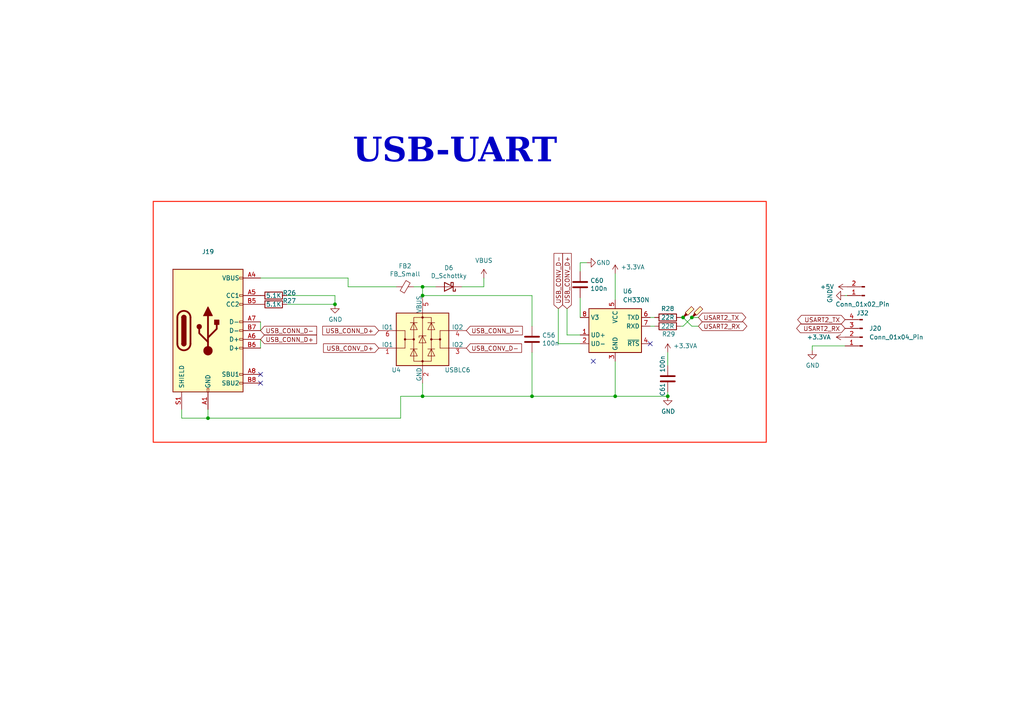
<source format=kicad_sch>
(kicad_sch (version 20231120) (generator "eeschema") (generator_version "8.0")
  (paper "A4")
  (lib_symbols
    (symbol "Connector:Conn_01x02_Pin" (pin_names (offset 1.016) hide)
      (property "Reference" "J" (at 0 2.54 0))
      (property "Value" "Conn_01x02_Pin" (at 0 -5.08 0))
      (symbol "Conn_01x02_Pin_1_1"
        (polyline (pts (xy 1.27 -2.54) (xy 0.8636 -2.54)) (stroke (width 0.1524)))
        (polyline (pts (xy 1.27 0) (xy 0.8636 0)) (stroke (width 0.1524)))
        (rectangle (start 0.8636 -2.413) (end 0 -2.667) (stroke (width 0.1524)) (fill (type outline)))
        (rectangle (start 0.8636 0.127) (end 0 -0.127) (stroke (width 0.1524)) (fill (type outline)))
        (pin passive line (at 5.08 0 180) (length 3.81) (name "Pin_1") (number "1"))
        (pin passive line (at 5.08 -2.54 180) (length 3.81) (name "Pin_2") (number "2"))
      )
    )
    (symbol "Connector:Conn_01x04_Pin" (pin_names (offset 1.016) hide)
      (property "Reference" "J" (at 0 5.08 0))
      (property "Value" "Conn_01x04_Pin" (at 0 -7.62 0))
      (symbol "Conn_01x04_Pin_1_1"
        (polyline (pts (xy 1.27 -5.08) (xy 0.8636 -5.08)) (stroke (width 0.1524)))
        (polyline (pts (xy 1.27 -2.54) (xy 0.8636 -2.54)) (stroke (width 0.1524)))
        (polyline (pts (xy 1.27 0) (xy 0.8636 0)) (stroke (width 0.1524)))
        (polyline (pts (xy 1.27 2.54) (xy 0.8636 2.54)) (stroke (width 0.1524)))
        (rectangle (start 0.8636 -4.953) (end 0 -5.207) (stroke (width 0.1524)) (fill (type outline)))
        (rectangle (start 0.8636 -2.413) (end 0 -2.667) (stroke (width 0.1524)) (fill (type outline)))
        (rectangle (start 0.8636 0.127) (end 0 -0.127) (stroke (width 0.1524)) (fill (type outline)))
        (rectangle (start 0.8636 2.667) (end 0 2.413) (stroke (width 0.1524)) (fill (type outline)))
        (pin passive line (at 5.08 2.54 180) (length 3.81) (name "Pin_1") (number "1"))
        (pin passive line (at 5.08 0 180) (length 3.81) (name "Pin_2") (number "2"))
        (pin passive line (at 5.08 -2.54 180) (length 3.81) (name "Pin_3") (number "3"))
        (pin passive line (at 5.08 -5.08 180) (length 3.81) (name "Pin_4") (number "4"))
      )
    )
    (symbol "Connector:TestPoint_Probe" (pin_numbers hide) (pin_names (offset 0.762) hide)
      (property "Reference" "TP" (at 1.651 5.842 0))
      (property "Value" "TestPoint_Probe" (at 1.651 4.064 0))
      (symbol "TestPoint_Probe_0_1"
        (polyline (pts (xy 1.27 0.762) (xy 0 0) (xy 0.762 1.27) (xy 1.27 0.762)) (fill (type outline)))
        (polyline (pts (xy 1.397 0.635) (xy 0.635 1.397) (xy 2.413 3.175) (xy 3.175 2.413) (xy 1.397 0.635)) (fill (type background)))
      )
      (symbol "TestPoint_Probe_1_1"
        (pin passive line (at 0 0 90) (length 0) (name "1") (number "1"))
      )
    )
    (symbol "Connector:USB_C_Receptacle_USB2.0_16P" (pin_names (offset 1.016))
      (property "Reference" "J" (at 0 22.225 0))
      (property "Value" "USB_C_Receptacle_USB2.0_16P" (at 0 19.685 0))
      (symbol "USB_C_Receptacle_USB2.0_16P_0_0"
        (rectangle (start -0.254 -17.78) (end 0.254 -16.764))
        (rectangle (start 10.16 -14.986) (end 9.144 -15.494))
        (rectangle (start 10.16 -12.446) (end 9.144 -12.954))
        (rectangle (start 10.16 -4.826) (end 9.144 -5.334))
        (rectangle (start 10.16 -2.286) (end 9.144 -2.794))
        (rectangle (start 10.16 0.254) (end 9.144 -0.254))
        (rectangle (start 10.16 2.794) (end 9.144 2.286))
        (rectangle (start 10.16 7.874) (end 9.144 7.366))
        (rectangle (start 10.16 10.414) (end 9.144 9.906))
        (rectangle (start 10.16 15.494) (end 9.144 14.986))
      )
      (symbol "USB_C_Receptacle_USB2.0_16P_0_1"
        (rectangle (start -10.16 17.78) (end 10.16 -17.78) (stroke (width 0.254)) (fill (type background)))
        (arc (start -8.89 -3.81) (mid -6.985 -5.7067) (end -5.08 -3.81) (stroke (width 0.508)))
        (arc (start -7.62 -3.81) (mid -6.985 -4.4423) (end -6.35 -3.81) (stroke (width 0.254)))
        (arc (start -7.62 -3.81) (mid -6.985 -4.4423) (end -6.35 -3.81) (stroke (width 0.254)) (fill (type outline)))
        (rectangle (start -7.62 -3.81) (end -6.35 3.81) (stroke (width 0.254)) (fill (type outline)))
        (arc (start -6.35 3.81) (mid -6.985 4.4423) (end -7.62 3.81) (stroke (width 0.254)))
        (arc (start -6.35 3.81) (mid -6.985 4.4423) (end -7.62 3.81) (stroke (width 0.254)) (fill (type outline)))
        (arc (start -5.08 3.81) (mid -6.985 5.7067) (end -8.89 3.81) (stroke (width 0.508)))
        (circle (center -2.54 1.143) (radius 0.635) (stroke (width 0.254)) (fill (type outline)))
        (circle (center 0 -5.842) (radius 1.27) (fill (type outline)))
        (polyline (pts (xy -8.89 -3.81) (xy -8.89 3.81)) (stroke (width 0.508)))
        (polyline (pts (xy -5.08 3.81) (xy -5.08 -3.81)) (stroke (width 0.508)))
        (polyline (pts (xy 0 -5.842) (xy 0 4.318)) (stroke (width 0.508)))
        (polyline (pts (xy 0 -3.302) (xy -2.54 -0.762) (xy -2.54 0.508)) (stroke (width 0.508)))
        (polyline (pts (xy 0 -2.032) (xy 2.54 0.508) (xy 2.54 1.778)) (stroke (width 0.508)))
        (polyline (pts (xy -1.27 4.318) (xy 0 6.858) (xy 1.27 4.318) (xy -1.27 4.318)) (stroke (width 0.254)) (fill (type outline)))
        (rectangle (start 1.905 1.778) (end 3.175 3.048) (stroke (width 0.254)) (fill (type outline)))
      )
      (symbol "USB_C_Receptacle_USB2.0_16P_1_1"
        (pin passive line (at 0 -22.86 90) (length 5.08) (name "GND") (number "A1"))
        (pin passive line (at 0 -22.86 90) (length 5.08) hide (name "GND") (number "A12"))
        (pin passive line (at 15.24 15.24 180) (length 5.08) (name "VBUS") (number "A4"))
        (pin bidirectional line (at 15.24 10.16 180) (length 5.08) (name "CC1") (number "A5"))
        (pin bidirectional line (at 15.24 -2.54 180) (length 5.08) (name "D+") (number "A6"))
        (pin bidirectional line (at 15.24 2.54 180) (length 5.08) (name "D-") (number "A7"))
        (pin bidirectional line (at 15.24 -12.7 180) (length 5.08) (name "SBU1") (number "A8"))
        (pin passive line (at 15.24 15.24 180) (length 5.08) hide (name "VBUS") (number "A9"))
        (pin passive line (at 0 -22.86 90) (length 5.08) hide (name "GND") (number "B1"))
        (pin passive line (at 0 -22.86 90) (length 5.08) hide (name "GND") (number "B12"))
        (pin passive line (at 15.24 15.24 180) (length 5.08) hide (name "VBUS") (number "B4"))
        (pin bidirectional line (at 15.24 7.62 180) (length 5.08) (name "CC2") (number "B5"))
        (pin bidirectional line (at 15.24 -5.08 180) (length 5.08) (name "D+") (number "B6"))
        (pin bidirectional line (at 15.24 0 180) (length 5.08) (name "D-") (number "B7"))
        (pin bidirectional line (at 15.24 -15.24 180) (length 5.08) (name "SBU2") (number "B8"))
        (pin passive line (at 15.24 15.24 180) (length 5.08) hide (name "VBUS") (number "B9"))
        (pin passive line (at -7.62 -22.86 90) (length 5.08) (name "SHIELD") (number "S1"))
      )
    )
    (symbol "Device:C" (pin_numbers hide) (pin_names (offset 0.254))
      (property "Reference" "C" (at 0.635 2.54 0))
      (property "Value" "C" (at 0.635 -2.54 0))
      (symbol "C_0_1"
        (polyline (pts (xy -2.032 -0.762) (xy 2.032 -0.762)) (stroke (width 0.508)))
        (polyline (pts (xy -2.032 0.762) (xy 2.032 0.762)) (stroke (width 0.508)))
      )
      (symbol "C_1_1"
        (pin passive line (at 0 3.81 270) (length 2.794) (name "~") (number "1"))
        (pin passive line (at 0 -3.81 90) (length 2.794) (name "~") (number "2"))
      )
    )
    (symbol "Device:D_Schottky" (pin_numbers hide) (pin_names (offset 1.016) hide)
      (property "Reference" "D" (at 0 2.54 0))
      (property "Value" "D_Schottky" (at 0 -2.54 0))
      (symbol "D_Schottky_0_1"
        (polyline (pts (xy 1.27 0) (xy -1.27 0)))
        (polyline (pts (xy 1.27 1.27) (xy 1.27 -1.27) (xy -1.27 0) (xy 1.27 1.27)) (stroke (width 0.254)))
        (polyline (pts (xy -1.905 0.635) (xy -1.905 1.27) (xy -1.27 1.27) (xy -1.27 -1.27) (xy -0.635 -1.27) (xy -0.635 -0.635)) (stroke (width 0.254)))
      )
      (symbol "D_Schottky_1_1"
        (pin passive line (at -3.81 0 0) (length 2.54) (name "K") (number "1"))
        (pin passive line (at 3.81 0 180) (length 2.54) (name "A") (number "2"))
      )
    )
    (symbol "Device:R" (pin_numbers hide) (pin_names (offset 0))
      (property "Reference" "R" (at 2.032 0 90))
      (property "Value" "R" (at 0 0 90))
      (symbol "R_0_1"
        (rectangle (start -1.016 -2.54) (end 1.016 2.54) (stroke (width 0.254)))
      )
      (symbol "R_1_1"
        (pin passive line (at 0 3.81 270) (length 1.27) (name "~") (number "1"))
        (pin passive line (at 0 -3.81 90) (length 1.27) (name "~") (number "2"))
      )
    )
    (symbol "HadesMicro-rescue:Ferrite_Bead_Small-Device" (pin_numbers hide) (pin_names (offset 0))
      (property "Reference" "FB" (at 1.905 1.27 0))
      (property "Value" "Device_Ferrite_Bead_Small" (at 1.905 -1.27 0))
      (symbol "Ferrite_Bead_Small-Device_0_1"
        (polyline (pts (xy 0 -1.27) (xy 0 -0.7874)))
        (polyline (pts (xy 0 0.889) (xy 0 1.2954)))
        (polyline (pts (xy -1.8288 0.2794) (xy -1.1176 1.4986) (xy 1.8288 -0.2032) (xy 1.1176 -1.4224) (xy -1.8288 0.2794)))
      )
      (symbol "Ferrite_Bead_Small-Device_1_1"
        (pin passive line (at 0 2.54 270) (length 1.27) (name "~") (number "1"))
        (pin passive line (at 0 -2.54 90) (length 1.27) (name "~") (number "2"))
      )
    )
    (symbol "HadesMicro-rescue:GND-power" (power) (pin_names (offset 0))
      (property "Value" "power_GND" (at 0 -3.81 0))
      (symbol "GND-power_0_1"
        (polyline (pts (xy 0 0) (xy 0 -1.27) (xy 1.27 -1.27) (xy 0 -2.54) (xy -1.27 -1.27) (xy 0 -1.27)))
      )
      (symbol "GND-power_1_1"
        (pin power_in line (at 0 0 270) (length 0) hide (name "GND") (number "1"))
      )
    )
    (symbol "HadesMicro-rescue:USBLC6-2SC6-Power_Protection" (pin_names (offset 0))
      (property "Reference" "U" (at 5.08 8.89 0))
      (property "Value" "Power_Protection_USBLC6-2SC6" (at 10.16 -10.16 0))
      (symbol "USBLC6-2SC6-Power_Protection_0_1"
        (rectangle (start -7.62 -7.62) (end 7.62 7.62) (stroke (width 0.254)) (fill (type background)))
        (circle (center -5.08 0) (radius 0.254) (fill (type outline)))
        (circle (center -2.54 0) (radius 0.254) (fill (type outline)))
        (rectangle (start -2.54 6.35) (end 2.54 -6.35))
        (circle (center 0 -6.35) (radius 0.254) (fill (type outline)))
        (polyline (pts (xy -5.08 -2.54) (xy -7.62 -2.54)))
        (polyline (pts (xy -5.08 0) (xy -5.08 -2.54)))
        (polyline (pts (xy -5.08 2.54) (xy -7.62 2.54)))
        (polyline (pts (xy -1.524 -2.794) (xy -3.556 -2.794)))
        (polyline (pts (xy -1.524 4.826) (xy -3.556 4.826)))
        (polyline (pts (xy 0 -7.62) (xy 0 -6.35)))
        (polyline (pts (xy 0 -6.35) (xy 0 1.27)))
        (polyline (pts (xy 0 1.27) (xy 0 6.35)))
        (polyline (pts (xy 0 6.35) (xy 0 7.62)))
        (polyline (pts (xy 1.524 -2.794) (xy 3.556 -2.794)))
        (polyline (pts (xy 1.524 4.826) (xy 3.556 4.826)))
        (polyline (pts (xy 5.08 -2.54) (xy 7.62 -2.54)))
        (polyline (pts (xy 5.08 0) (xy 5.08 -2.54)))
        (polyline (pts (xy 5.08 2.54) (xy 7.62 2.54)))
        (polyline (pts (xy -2.54 0) (xy -5.08 0) (xy -5.08 2.54)))
        (polyline (pts (xy 2.54 0) (xy 5.08 0) (xy 5.08 2.54)))
        (polyline (pts (xy -3.556 -4.826) (xy -1.524 -4.826) (xy -2.54 -2.794) (xy -3.556 -4.826)))
        (polyline (pts (xy -3.556 2.794) (xy -1.524 2.794) (xy -2.54 4.826) (xy -3.556 2.794)))
        (polyline (pts (xy -1.016 -1.016) (xy 1.016 -1.016) (xy 0 1.016) (xy -1.016 -1.016)))
        (polyline (pts (xy 1.016 1.016) (xy 0.762 1.016) (xy -1.016 1.016) (xy -1.016 0.508)))
        (polyline (pts (xy 3.556 -4.826) (xy 1.524 -4.826) (xy 2.54 -2.794) (xy 3.556 -4.826)))
        (polyline (pts (xy 3.556 2.794) (xy 1.524 2.794) (xy 2.54 4.826) (xy 3.556 2.794)))
        (circle (center 0 6.35) (radius 0.254) (fill (type outline)))
        (circle (center 2.54 0) (radius 0.254) (fill (type outline)))
        (circle (center 5.08 0) (radius 0.254) (fill (type outline)))
      )
      (symbol "USBLC6-2SC6-Power_Protection_1_1"
        (pin passive line (at -12.7 -2.54 0) (length 5.08) (name "IO1") (number "1"))
        (pin passive line (at 0 -12.7 90) (length 5.08) (name "GND") (number "2"))
        (pin passive line (at 12.7 -2.54 180) (length 5.08) (name "IO2") (number "3"))
        (pin passive line (at 12.7 2.54 180) (length 5.08) (name "IO2") (number "4"))
        (pin passive line (at 0 12.7 270) (length 5.08) (name "VBUS") (number "5"))
        (pin passive line (at -12.7 2.54 0) (length 5.08) (name "IO1") (number "6"))
      )
    )
    (symbol "Interface_USB:CH330N"
      (property "Reference" "U" (at -7.62 6.35 0))
      (property "Value" "CH330N" (at 7.62 6.35 0))
      (symbol "CH330N_0_1"
        (rectangle (start -7.62 5.08) (end 7.62 -7.62) (stroke (width 0.254)) (fill (type background)))
      )
      (symbol "CH330N_1_1"
        (pin bidirectional line (at -10.16 -2.54 0) (length 2.54) (name "UD+") (number "1"))
        (pin bidirectional line (at -10.16 -5.08 0) (length 2.54) (name "UD-") (number "2"))
        (pin power_in line (at 0 -10.16 90) (length 2.54) (name "GND") (number "3"))
        (pin output line (at 10.16 -5.08 180) (length 2.54) (name "~{RTS}") (number "4"))
        (pin power_in line (at 0 7.62 270) (length 2.54) (name "VCC") (number "5"))
        (pin output line (at 10.16 2.54 180) (length 2.54) (name "TXD") (number "6"))
        (pin input line (at 10.16 0 180) (length 2.54) (name "RXD") (number "7"))
        (pin passive line (at -10.16 2.54 0) (length 2.54) (name "V3") (number "8"))
      )
    )
    (symbol "power:+3.3VA" (power) (pin_names (offset 0))
      (property "Value" "+3.3VA" (at 0 3.556 0))
      (symbol "+3.3VA_0_1"
        (polyline (pts (xy -0.762 1.27) (xy 0 2.54)))
        (polyline (pts (xy 0 0) (xy 0 2.54)))
        (polyline (pts (xy 0 2.54) (xy 0.762 1.27)))
      )
      (symbol "+3.3VA_1_1"
        (pin power_in line (at 0 0 90) (length 0) hide (name "+3.3VA") (number "1"))
      )
    )
    (symbol "power:+5V" (power) (pin_numbers hide) (pin_names (offset 0) hide)
      (property "Value" "+5V" (at 0 3.556 0))
      (symbol "+5V_0_1"
        (polyline (pts (xy -0.762 1.27) (xy 0 2.54)))
        (polyline (pts (xy 0 0) (xy 0 2.54)))
        (polyline (pts (xy 0 2.54) (xy 0.762 1.27)))
      )
      (symbol "+5V_1_1"
        (pin power_in line (at 0 0 90) (length 0) (name "~") (number "1"))
      )
    )
    (symbol "power:VBUS" (power) (pin_numbers hide) (pin_names (offset 0) hide)
      (property "Value" "VBUS" (at 0 3.556 0))
      (symbol "VBUS_0_1"
        (polyline (pts (xy -0.762 1.27) (xy 0 2.54)))
        (polyline (pts (xy 0 0) (xy 0 2.54)))
        (polyline (pts (xy 0 2.54) (xy 0.762 1.27)))
      )
      (symbol "VBUS_1_1"
        (pin power_in line (at 0 0 90) (length 0) (name "~") (number "1"))
      )
    )
  )
  (junction (at 122.555 114.935))
  (junction (at 154.305 114.935))
  (junction (at 200.66 92.075))
  (junction (at 178.435 114.935))
  (junction (at 198.12 92.075))
  (junction (at 193.675 114.935))
  (junction (at 60.325 121.285))
  (junction (at 122.555 83.185))
  (junction (at 97.155 88.265))
  (junction (at 122.555 85.725))
  (no_connect (at 172.085 104.775))
  (no_connect (at 75.565 111.125))
  (no_connect (at 75.565 108.585))
  (no_connect (at 188.595 99.695))
  (wire (pts (xy 154.305 114.935) (xy 178.435 114.935)))
  (wire (pts (xy 126.365 83.185) (xy 122.555 83.185)))
  (wire (pts (xy 198.12 94.615) (xy 200.66 92.075)))
  (wire (pts (xy 161.925 99.695) (xy 168.275 99.695)))
  (wire (pts (xy 60.325 118.745) (xy 60.325 121.285)))
  (wire (pts (xy 189.865 94.615) (xy 188.595 94.615)))
  (wire (pts (xy 154.305 102.235) (xy 154.305 114.935)))
  (wire (pts (xy 168.275 76.2) (xy 170.18 76.2)))
  (wire (pts (xy 52.705 118.745) (xy 52.705 121.285)))
  (wire (pts (xy 97.155 85.725) (xy 97.155 88.265)))
  (wire (pts (xy 178.435 104.775) (xy 178.435 114.935)))
  (wire (pts (xy 52.705 121.285) (xy 60.325 121.285)))
  (wire (pts (xy 116.205 121.285) (xy 116.205 114.935)))
  (wire (pts (xy 197.485 92.075) (xy 198.12 92.075)))
  (wire (pts (xy 100.965 80.645) (xy 100.965 83.185)))
  (wire (pts (xy 193.675 113.665) (xy 193.675 114.935)))
  (wire (pts (xy 245.11 85.725) (xy 245.745 85.725)))
  (wire (pts (xy 198.12 92.075) (xy 200.66 94.615)))
  (wire (pts (xy 178.435 79.375) (xy 178.435 86.995)))
  (wire (pts (xy 168.275 97.155) (xy 164.465 97.155)))
  (wire (pts (xy 168.275 78.74) (xy 168.275 76.2)))
  (wire (pts (xy 122.555 114.935) (xy 122.555 111.125)))
  (wire (pts (xy 75.565 93.345) (xy 75.565 95.885)))
  (wire (pts (xy 178.435 114.935) (xy 193.675 114.935)))
  (wire (pts (xy 140.335 83.185) (xy 133.985 83.185)))
  (wire (pts (xy 83.185 85.725) (xy 97.155 85.725)))
  (wire (pts (xy 197.485 94.615) (xy 198.12 94.615)))
  (wire (pts (xy 189.865 92.075) (xy 188.595 92.075)))
  (wire (pts (xy 154.305 85.725) (xy 122.555 85.725)))
  (wire (pts (xy 75.565 80.645) (xy 100.965 80.645)))
  (wire (pts (xy 154.305 114.935) (xy 122.555 114.935)))
  (wire (pts (xy 193.675 106.045) (xy 193.675 102.235)))
  (wire (pts (xy 161.925 89.535) (xy 161.925 99.695)))
  (wire (pts (xy 245.11 100.33) (xy 235.585 100.33)))
  (wire (pts (xy 122.555 83.185) (xy 122.555 85.725)))
  (wire (pts (xy 120.015 83.185) (xy 122.555 83.185)))
  (wire (pts (xy 164.465 97.155) (xy 164.465 89.535)))
  (wire (pts (xy 235.585 100.33) (xy 235.585 101.6)))
  (wire (pts (xy 140.335 80.645) (xy 140.335 83.185)))
  (wire (pts (xy 60.325 121.285) (xy 116.205 121.285)))
  (wire (pts (xy 200.66 92.075) (xy 202.565 92.075)))
  (wire (pts (xy 116.205 114.935) (xy 122.555 114.935)))
  (wire (pts (xy 100.965 83.185) (xy 114.935 83.185)))
  (wire (pts (xy 83.185 88.265) (xy 97.155 88.265)))
  (wire (pts (xy 200.66 94.615) (xy 202.565 94.615)))
  (wire (pts (xy 154.305 85.725) (xy 154.305 94.615)))
  (wire (pts (xy 75.565 98.425) (xy 75.565 100.965)))
  (wire (pts (xy 168.275 86.36) (xy 168.275 92.075)))
  (rectangle (start 44.45 58.42) (end 222.25 128.27) (stroke (width 0.3) (color 255 34 15 1)))
  (text "USB-UART" (at 102.362 50.038 0) (effects (font (size 7 7) (thickness 0.3) (bold yes)) (justify left bottom)))
  (global_label "USB_CONV_D-" (shape input) (at 161.925 89.535 90) (property "Intersheetrefs" "${INTERSHEET_REFS}" (effects (hide yes))))
  (global_label "USART2_RX" (shape bidirectional) (at 202.565 94.615 0) (property "Intersheetrefs" "${INTERSHEET_REFS}" (effects (hide yes))))
  (global_label "USART2_TX" (shape bidirectional) (at 245.11 92.71 180) (property "Intersheetrefs" "${INTERSHEET_REFS}" (effects (hide yes))))
  (global_label "USB_CONN_D+" (shape input) (at 109.855 95.885 180) (property "Intersheetrefs" "${INTERSHEET_REFS}" (effects (hide yes))))
  (global_label "USB_CONV_D+" (shape input) (at 109.855 100.965 180) (property "Intersheetrefs" "${INTERSHEET_REFS}" (effects (hide yes))))
  (global_label "USB_CONN_D-" (shape input) (at 135.255 95.885 0) (property "Intersheetrefs" "${INTERSHEET_REFS}" (effects (hide yes))))
  (global_label "USART2_RX" (shape bidirectional) (at 245.11 95.25 180) (property "Intersheetrefs" "${INTERSHEET_REFS}" (effects (hide yes))))
  (global_label "USB_CONN_D+" (shape input) (at 75.565 98.425 0) (property "Intersheetrefs" "${INTERSHEET_REFS}" (effects (hide yes))))
  (global_label "USB_CONV_D+" (shape input) (at 164.465 89.535 90) (property "Intersheetrefs" "${INTERSHEET_REFS}" (effects (hide yes))))
  (global_label "USART2_TX" (shape bidirectional) (at 202.565 92.075 0) (property "Intersheetrefs" "${INTERSHEET_REFS}" (effects (hide yes))))
  (global_label "USB_CONN_D-" (shape input) (at 75.565 95.885 0) (property "Intersheetrefs" "${INTERSHEET_REFS}" (effects (hide yes))))
  (global_label "USB_CONV_D-" (shape input) (at 135.255 100.965 0) (property "Intersheetrefs" "${INTERSHEET_REFS}" (effects (hide yes))))
  (symbol (lib_id "Device:D_Schottky") (at 130.175 83.185 180) (unit 1)
    (property "Reference" "D6" (at 130.175 77.6986 0))
    (property "Value" "D_Schottky" (at 130.175 80.01 0))
    (property "Footprint" "Diode_SMD:D_SOD-323" (effects (hide yes)))
  )
  (symbol (lib_id "HadesMicro-rescue:GND-power") (at 193.675 114.935 0) (unit 1)
    (property "Reference" "#PWR039" (effects (hide yes)))
    (property "Value" "GND" (at 193.802 119.3292 0))
  )
  (symbol (lib_id "HadesMicro-rescue:Ferrite_Bead_Small-Device") (at 117.475 83.185 270) (unit 1)
    (property "Reference" "FB2" (at 117.475 77.1652 90))
    (property "Value" "FB_Small" (at 117.475 79.4766 90))
    (property "Footprint" "Inductor_SMD:L_0603_1608Metric" (effects (hide yes)))
  )
  (symbol (lib_id "HadesMicro-rescue:GND-power") (at 97.155 88.265 0) (unit 1)
    (property "Reference" "#PWR032" (effects (hide yes)))
    (property "Value" "GND" (at 97.282 92.6592 0))
  )
  (symbol (lib_id "HadesMicro-rescue:GND-power") (at 235.585 101.6 0) (unit 1)
    (property "Reference" "#PWR0118" (effects (hide yes)))
    (property "Value" "GND" (at 235.712 105.9942 0))
  )
  (symbol (lib_id "Device:C") (at 168.275 82.55 0) (unit 1)
    (property "Reference" "C60" (at 171.196 81.3816 0) (effects (justify left)))
    (property "Value" "100n" (at 171.196 83.693 0) (effects (justify left)))
    (property "Footprint" "Capacitor_SMD:C_0603_1608Metric" (effects (hide yes)))
  )
  (symbol (lib_id "Device:R") (at 193.675 92.075 270) (unit 1)
    (property "Reference" "R28" (at 193.675 89.535 90))
    (property "Value" "22R" (at 193.675 92.075 90))
    (property "Footprint" "Resistor_SMD:R_0603_1608Metric" (effects (hide yes)))
  )
  (symbol (lib_id "Device:C") (at 193.675 109.855 0) (unit 1)
    (property "Reference" "C61" (at 192.151 114.935 90) (effects (justify left)))
    (property "Value" "100n" (at 192.151 108.077 90) (effects (justify left)))
    (property "Footprint" "Capacitor_SMD:C_0603_1608Metric" (effects (hide yes)))
  )
  (symbol (lib_id "Device:R") (at 79.375 85.725 270) (unit 1)
    (property "Reference" "R26" (at 83.947 84.963 90))
    (property "Value" "5.1K" (at 79.375 85.725 90))
    (property "Footprint" "Resistor_SMD:R_0603_1608Metric" (effects (hide yes)))
  )
  (symbol (lib_id "Connector:TestPoint_Probe") (at 198.12 92.075 0) (unit 1)
    (property "Reference" "TP5" (effects (hide yes)))
    (property "Value" "TestPoint_Probe" (effects (hide yes)))
    (property "Footprint" "TestPoint:TestPoint_Pad_D1.0mm" (effects (hide yes)))
    (property "Description" "test point (alternative probe-style design)" (effects (hide yes)))
  )
  (symbol (lib_id "power:VBUS") (at 140.335 80.645 0) (unit 1)
    (property "Reference" "#PWR035" (effects (hide yes)))
    (property "Value" "VBUS" (at 140.335 75.565 0))
    (property "Description" "Power symbol creates a global label with name \"VBUS\"" (effects (hide yes)))
  )
  (symbol (lib_id "Interface_USB:CH330N") (at 178.435 94.615 0) (unit 1)
    (property "Reference" "U6" (at 180.6291 84.455 0) (effects (justify left)))
    (property "Value" "CH330N" (at 180.6291 86.995 0) (effects (justify left)))
    (property "Footprint" "Package_SO:SOIC-8_3.9x4.9mm_P1.27mm" (effects (hide yes)))
    (property "Datasheet" "http://www.wch.cn/downloads/file/240.html" (effects (hide yes)))
    (property "Description" "USB serial converter, UART, SOIC-8" (effects (hide yes)))
  )
  (symbol (lib_id "power:+3.3VA") (at 245.11 97.79 90) (unit 1)
    (property "Reference" "#PWR0120" (effects (hide yes)))
    (property "Value" "+3.3VA" (at 237.49 97.79 90))
  )
  (symbol (lib_id "Connector:TestPoint_Probe") (at 200.66 92.075 0) (unit 1)
    (property "Reference" "TP6" (effects (hide yes)))
    (property "Value" "TestPoint_Probe" (effects (hide yes)))
    (property "Footprint" "TestPoint:TestPoint_Pad_D1.0mm" (effects (hide yes)))
    (property "Description" "test point (alternative probe-style design)" (effects (hide yes)))
  )
  (symbol (lib_id "HadesMicro-rescue:USBLC6-2SC6-Power_Protection") (at 122.555 98.425 0) (unit 1)
    (property "Reference" "U4" (at 114.935 107.315 0))
    (property "Value" "USBLC6" (at 132.715 107.315 0))
    (property "Footprint" "Package_TO_SOT_SMD:SOT-23-6" (effects (hide yes)))
    (property "Datasheet" "http://www2.st.com/resource/en/datasheet/CD00050750.pdf" (effects (hide yes)))
  )
  (symbol (lib_id "power:+5V") (at 245.745 83.185 90) (unit 1)
    (property "Reference" "#PWR0112" (effects (hide yes)))
    (property "Value" "+5V" (at 241.935 83.1851 90) (effects (justify left)))
    (property "Description" "Power symbol creates a global label with name \"+5V\"" (effects (hide yes)))
  )
  (symbol (lib_id "HadesMicro-rescue:GND-power") (at 245.11 85.725 270) (unit 1)
    (property "Reference" "#PWR0119" (effects (hide yes)))
    (property "Value" "GND" (at 240.7158 85.852 0))
  )
  (symbol (lib_id "Connector:Conn_01x02_Pin") (at 250.825 85.725 180) (unit 1)
    (property "Reference" "J32" (at 250.19 90.805 0))
    (property "Value" "Conn_01x02_Pin" (at 250.19 88.265 0))
    (property "Footprint" "Connector_JST:JST_XA_B02B-XASK-1_1x02_P2.50mm_Vertical" (effects (hide yes)))
    (property "Description" "Generic connector, single row, 01x02, script generated" (effects (hide yes)))
  )
  (symbol (lib_id "power:+3.3VA") (at 193.675 102.235 0) (unit 1)
    (property "Reference" "#PWR038" (effects (hide yes)))
    (property "Value" "+3.3VA" (at 198.755 100.33 0))
  )
  (symbol (lib_id "power:+3.3VA") (at 178.435 79.375 0) (unit 1)
    (property "Reference" "#PWR037" (effects (hide yes)))
    (property "Value" "+3.3VA" (at 183.515 77.47 0))
  )
  (symbol (lib_id "Device:R") (at 79.375 88.265 270) (unit 1)
    (property "Reference" "R27" (at 83.947 87.249 90))
    (property "Value" "5.1K" (at 79.375 88.265 90))
    (property "Footprint" "Resistor_SMD:R_0603_1608Metric" (effects (hide yes)))
  )
  (symbol (lib_id "Device:R") (at 193.675 94.615 270) (unit 1)
    (property "Reference" "R29" (at 193.929 96.901 90))
    (property "Value" "22R" (at 193.675 94.615 90))
    (property "Footprint" "Resistor_SMD:R_0603_1608Metric" (effects (hide yes)))
  )
  (symbol (lib_id "Device:C") (at 154.305 98.425 0) (unit 1)
    (property "Reference" "C56" (at 157.226 97.2566 0) (effects (justify left)))
    (property "Value" "100n" (at 157.226 99.568 0) (effects (justify left)))
    (property "Footprint" "Capacitor_SMD:C_0603_1608Metric" (effects (hide yes)))
  )
  (symbol (lib_id "Connector:Conn_01x04_Pin") (at 250.19 97.79 180) (unit 1)
    (property "Reference" "J20" (at 252.095 95.2499 0) (effects (justify right)))
    (property "Value" "Conn_01x04_Pin" (at 252.095 97.7899 0) (effects (justify right)))
    (property "Footprint" "Connector_JST:JST_XA_B04B-XASK-1_1x04_P2.50mm_Vertical" (effects (hide yes)))
    (property "Description" "Generic connector, single row, 01x04, script generated" (effects (hide yes)))
  )
  (symbol (lib_id "Connector:USB_C_Receptacle_USB2.0_16P") (at 60.325 95.885 0) (unit 1)
    (property "Reference" "J19" (at 60.325 73.025 0))
    (property "Value" "C7506797" (effects (hide yes)))
    (property "Footprint" "Connector_USB:USB_C_Receptacle_G-Switch_GT-USB-7010ASV" (effects (hide yes)))
    (property "Datasheet" "https://www.usb.org/sites/default/files/documents/usb_type-c.zip" (effects (hide yes)))
    (property "Description" "USB 2.0-only 16P Type-C Receptacle connector" (effects (hide yes)))
    (property "JLCPCB Part #" "C7506797" (effects (hide yes)))
  )
  (symbol (lib_id "HadesMicro-rescue:GND-power") (at 170.18 76.2 90) (unit 1)
    (property "Reference" "#PWR036" (effects (hide yes)))
    (property "Value" "GND" (at 175.006 76.2 90))
  )
)
</source>
